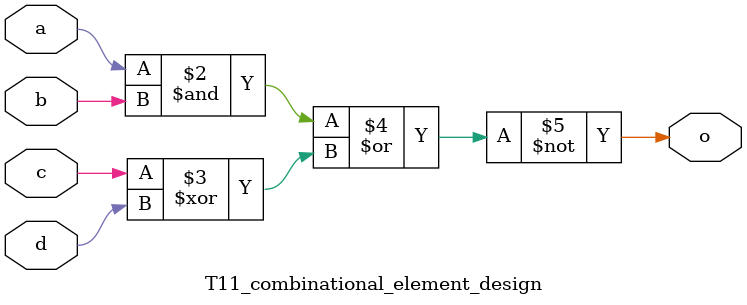
<source format=v>
/*
there are 2 types procedural block in verilog :
    a. initial
    b. always
*/

module T11_combinational_element_design (
    input a, b, c, d,
    // output signal is declared as type "reg" in the module port list because it is used in procedural block
    // all signal in procedural block should be declared as "reg"
    output reg o);
    
    always @(a or b or c or d) begin
        o <= ~((a & b) | (c ^ d));
    end
endmodule
</source>
